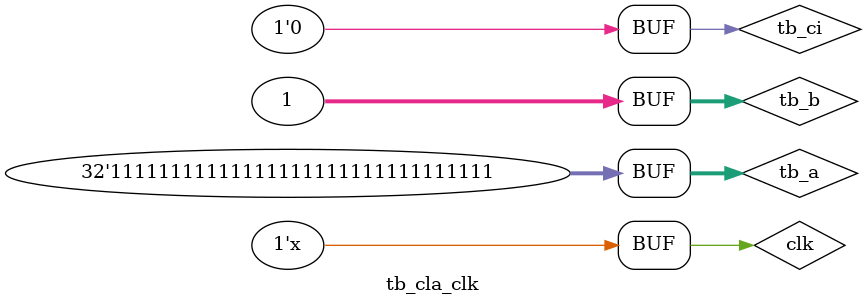
<source format=v>
`timescale  1ns/100ps // setting timescale 10ns

module tb_cla_clk; // testbench module name tb_cla_clk
	reg clk;// register clk
	reg [31:0] tb_a, tb_b; // register 32bit tb_a, tb_b
	reg tb_ci;// register tb_ci
	wire [31:0] tb_s_cla;// wire 32bit tb_s_cla
	wire tb_co_cla;// 1bit wire tb_co_cla
	
	parameter STEP = 10; //parameter clk step
	
	cla_clk u0_cla_clk(.clk(clk), .a(tb_a), .b(tb_b), .ci(tb_ci), .s(tb_s_cla), .co(tb_co_cla));
	
	always #(STEP/2) clk = ~clk;//clock period setting
	
	initial begin
		clk = 1'b1;	
		tb_a=32'h00000001; tb_b=32'h00000000; tb_ci=1'b0; #(STEP); //  testcase, check positive edge 
		tb_a=32'h00000001; tb_b=32'h00000001; tb_ci=1'b0; #(STEP); //  testcase, check carry calculate
		tb_a=32'h01010101; tb_b=32'h01010101; tb_ci=1'b1; #(STEP); //  testcase, check all carry out is calculate acurrately
		tb_a=32'h11111111; tb_b=32'h00000001; tb_ci=1'b0; #(STEP); //  testcase, check carry out occur
	   tb_a=32'hffffffff; tb_b=32'h00000000; tb_ci=1'b1; #(STEP); //  testcase, check carry, and s, with carry in
		tb_a=32'hffffffff; tb_b=32'h00000001; tb_ci=1'b0; #(STEP); //  testcase, check carry and s without carry in
		
	end
		
endmodule

</source>
